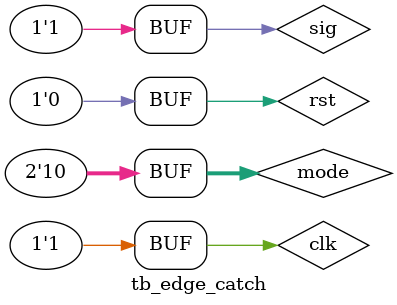
<source format=v>
`timescale 1ns/1ns
module  tb_edge_catch;

reg             clk ;      
reg             rst ;      
reg     [ 1:0]  mode;      
reg             sig ;  
reg     [ 3:0]  sig_q ;  
wire            the_edge;    

   initial
   begin
      clk  = 0;
	  rst  = 1;
	  mode = 0;
      sig  = 0;
	  #100 rst = 0;
	  #200 mode = 1;
	  #200 mode = 2;
   end
   
   always begin clk = 0; #1 clk = 1; #1; end
   always begin sig = 0; #20 sig = 1; #20; end
  
   
   edge_catch#(
      .DEEP    (4)   
   ) u_edge_catch(
      .clk     (clk),
	  .rst     (rst),
	  .mode    (mode),
	  .sig     (sig),
      .the_edge(the_edge)   
   );
   
   
endmodule

</source>
